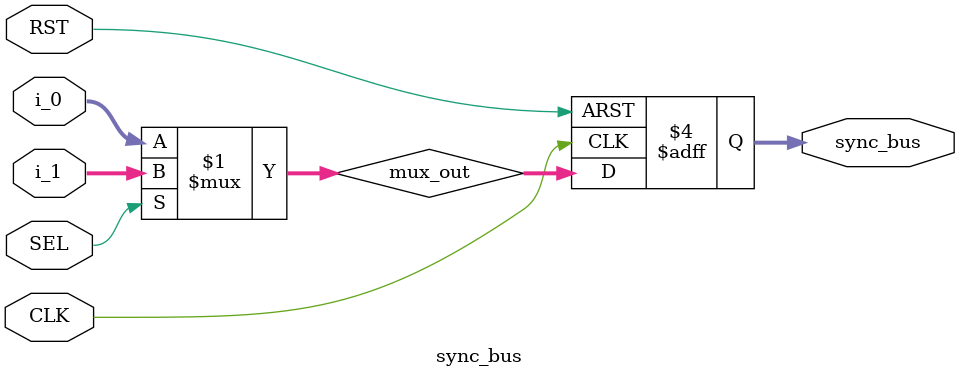
<source format=v>
module sync_bus #( parameter BUS_WIDTH = 8)
  ( input   wire    RST                         ,
    input   wire    CLK                         ,
    input   wire    SEL                         ,
    input   wire    [BUS_WIDTH-1:0]   i_0       ,
    input   wire    [BUS_WIDTH-1:0]   i_1       ,
    output  reg     [BUS_WIDTH-1:0]   sync_bus  );
    
    wire  [BUS_WIDTH-1:0] mux_out;
    
    assign mux_out = SEL? i_1 : i_0;
    
    always @(negedge RST or posedge CLK)
    begin
      if(!RST)
        sync_bus <= 'b0;
      else
        sync_bus <= mux_out;
    end

endmodule
</source>
